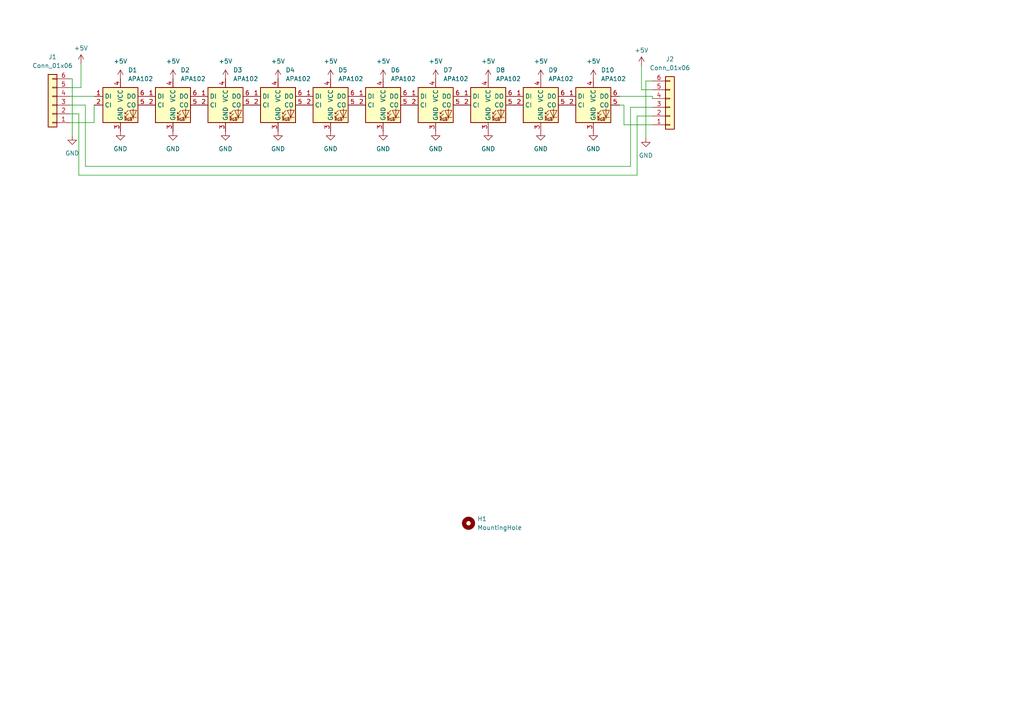
<source format=kicad_sch>
(kicad_sch (version 20230121) (generator eeschema)
  (paper "A4")
  (lib_symbols
    (symbol "Connector_Generic:Conn_01x06" (pin_names (offset 1.016) hide)
      (property "Reference" "J" (at 0 7.62 0))
      (property "Value" "Conn_01x06" (at 0 -10.16 0))
      (symbol "Conn_01x06_1_1"
        (rectangle (start -1.27 -7.493) (end 0 -7.747) (stroke (width 0.1524)))
        (rectangle (start -1.27 -4.953) (end 0 -5.207) (stroke (width 0.1524)))
        (rectangle (start -1.27 -2.413) (end 0 -2.667) (stroke (width 0.1524)))
        (rectangle (start -1.27 0.127) (end 0 -0.127) (stroke (width 0.1524)))
        (rectangle (start -1.27 2.667) (end 0 2.413) (stroke (width 0.1524)))
        (rectangle (start -1.27 5.207) (end 0 4.953) (stroke (width 0.1524)))
        (rectangle (start -1.27 6.35) (end 1.27 -8.89) (stroke (width 0.254)) (fill (type background)))
        (pin passive line (at -5.08 5.08 0) (length 3.81) (name "Pin_1") (number "1"))
        (pin passive line (at -5.08 2.54 0) (length 3.81) (name "Pin_2") (number "2"))
        (pin passive line (at -5.08 0 0) (length 3.81) (name "Pin_3") (number "3"))
        (pin passive line (at -5.08 -2.54 0) (length 3.81) (name "Pin_4") (number "4"))
        (pin passive line (at -5.08 -5.08 0) (length 3.81) (name "Pin_5") (number "5"))
        (pin passive line (at -5.08 -7.62 0) (length 3.81) (name "Pin_6") (number "6"))
      )
    )
    (symbol "LED:APA102"
      (property "Reference" "D" (at 5.08 5.715 0))
      (property "Value" "APA102" (at 1.27 -5.715 0))
      (symbol "APA102_0_0"
        (text "RGB" (at 2.286 -4.191 0) (effects (font (size 0.762 0.762))))
      )
      (symbol "APA102_0_1"
        (polyline (pts (xy 1.27 -3.556) (xy 1.778 -3.556)))
        (polyline (pts (xy 1.27 -2.54) (xy 1.778 -2.54)))
        (polyline (pts (xy 4.699 -3.556) (xy 2.667 -3.556)))
        (polyline (pts (xy 2.286 -2.54) (xy 1.27 -3.556) (xy 1.27 -3.048)))
        (polyline (pts (xy 2.286 -1.524) (xy 1.27 -2.54) (xy 1.27 -2.032)))
        (polyline (pts (xy 3.683 -1.016) (xy 3.683 -3.556) (xy 3.683 -4.064)))
        (polyline (pts (xy 4.699 -1.524) (xy 2.667 -1.524) (xy 3.683 -3.556) (xy 4.699 -1.524)))
        (rectangle (start 5.08 5.08) (end -5.08 -5.08) (stroke (width 0.254)) (fill (type background)))
      )
      (symbol "APA102_1_1"
        (pin input line (at -7.62 2.54 0) (length 2.54) (name "DI") (number "1"))
        (pin input line (at -7.62 0 0) (length 2.54) (name "CI") (number "2"))
        (pin power_in line (at 0 -7.62 90) (length 2.54) (name "GND") (number "3"))
        (pin power_in line (at 0 7.62 270) (length 2.54) (name "VCC") (number "4"))
        (pin output line (at 7.62 0 180) (length 2.54) (name "CO") (number "5"))
        (pin output line (at 7.62 2.54 180) (length 2.54) (name "DO") (number "6"))
      )
    )
    (symbol "Mechanical:MountingHole" (pin_names (offset 1.016))
      (property "Reference" "H" (at 0 5.08 0))
      (property "Value" "MountingHole" (at 0 3.175 0))
      (symbol "MountingHole_0_1"
        (circle (center 0 0) (radius 1.27) (stroke (width 1.27)))
      )
    )
    (symbol "power:+5V" (power) (pin_names (offset 0))
      (property "Value" "+5V" (at 0 3.556 0))
      (symbol "+5V_0_1"
        (polyline (pts (xy -0.762 1.27) (xy 0 2.54)))
        (polyline (pts (xy 0 0) (xy 0 2.54)))
        (polyline (pts (xy 0 2.54) (xy 0.762 1.27)))
      )
      (symbol "+5V_1_1"
        (pin power_in line (at 0 0 90) (length 0) hide (name "+5V") (number "1"))
      )
    )
    (symbol "power:GND" (power) (pin_names (offset 0))
      (property "Value" "GND" (at 0 -3.81 0))
      (symbol "GND_0_1"
        (polyline (pts (xy 0 0) (xy 0 -1.27) (xy 1.27 -1.27) (xy 0 -2.54) (xy -1.27 -1.27) (xy 0 -1.27)))
      )
      (symbol "GND_1_1"
        (pin power_in line (at 0 0 270) (length 0) hide (name "GND") (number "1"))
      )
    )
  )
  (wire (pts (xy 20.32 25.4) (xy 23.495 25.4)))
  (wire (pts (xy 184.785 33.655) (xy 189.23 33.655)))
  (wire (pts (xy 189.23 27.94) (xy 189.23 28.575)))
  (wire (pts (xy 24.765 48.26) (xy 24.765 30.48)))
  (wire (pts (xy 184.785 50.8) (xy 184.785 33.655)))
  (wire (pts (xy 23.495 25.4) (xy 23.495 18.415)))
  (wire (pts (xy 189.23 23.495) (xy 187.325 23.495)))
  (wire (pts (xy 24.765 30.48) (xy 20.32 30.48)))
  (wire (pts (xy 189.23 31.115) (xy 182.88 31.115)))
  (wire (pts (xy 189.23 26.035) (xy 186.055 26.035)))
  (wire (pts (xy 20.955 22.86) (xy 20.32 22.86)))
  (wire (pts (xy 20.955 39.37) (xy 20.955 22.86)))
  (wire (pts (xy 182.88 48.26) (xy 24.765 48.26)))
  (wire (pts (xy 27.305 30.48) (xy 27.305 35.56)))
  (wire (pts (xy 22.86 50.8) (xy 184.785 50.8)))
  (wire (pts (xy 180.975 36.195) (xy 189.23 36.195)))
  (wire (pts (xy 179.705 27.94) (xy 189.23 27.94)))
  (wire (pts (xy 27.305 35.56) (xy 20.32 35.56)))
  (wire (pts (xy 182.88 31.115) (xy 182.88 48.26)))
  (wire (pts (xy 22.86 33.02) (xy 22.86 50.8)))
  (wire (pts (xy 187.325 23.495) (xy 187.325 40.005)))
  (wire (pts (xy 20.32 27.94) (xy 27.305 27.94)))
  (wire (pts (xy 186.055 26.035) (xy 186.055 19.05)))
  (wire (pts (xy 180.975 30.48) (xy 180.975 36.195)))
  (wire (pts (xy 180.975 30.48) (xy 179.705 30.48)))
  (wire (pts (xy 20.32 33.02) (xy 22.86 33.02)))
  (symbol (lib_id "power:+5V") (at 156.845 22.86 0) (unit 1)
    (property "Reference" "#PWR017" (effects hide))
    (property "Value" "+5V" (at 156.845 17.78 0))
  )
  (symbol (lib_id "power:GND") (at 20.955 39.37 0) (unit 1)
    (property "Reference" "#PWR019" (effects hide))
    (property "Value" "GND" (at 20.955 44.45 0))
  )
  (symbol (lib_id "power:+5V") (at 50.165 22.86 0) (unit 1)
    (property "Reference" "#PWR03" (effects hide))
    (property "Value" "+5V" (at 50.165 17.78 0))
  )
  (symbol (lib_id "power:+5V") (at 65.405 22.86 0) (unit 1)
    (property "Reference" "#PWR05" (effects hide))
    (property "Value" "+5V" (at 65.405 17.78 0))
  )
  (symbol (lib_id "power:+5V") (at 141.605 22.86 0) (unit 1)
    (property "Reference" "#PWR015" (effects hide))
    (property "Value" "+5V" (at 141.605 17.78 0))
  )
  (symbol (lib_id "LED:APA102") (at 141.605 30.48 0) (unit 1)
    (property "Reference" "D8" (at 143.7991 20.32 0) (effects (justify left)))
    (property "Value" "APA102" (at 143.7991 22.86 0) (effects (justify left)))
    (property "Footprint" "LED_SMD:LED_RGB_5050-6" (effects hide))
    (property "Datasheet" "http://www.led-color.com/upload/201506/APA102%20LED.pdf" (effects hide))
  )
  (symbol (lib_id "power:GND") (at 141.605 38.1 0) (unit 1)
    (property "Reference" "#PWR016" (effects hide))
    (property "Value" "GND" (at 141.605 43.18 0))
  )
  (symbol (lib_id "Connector_Generic:Conn_01x06") (at 194.31 31.115 0) (mirror x) (unit 1)
    (property "Reference" "J2" (at 194.31 17.145 0))
    (property "Value" "Conn_01x06" (at 194.31 19.685 0))
    (property "Footprint" "additional:connector led ribbon" (effects hide))
  )
  (symbol (lib_id "power:GND") (at 65.405 38.1 0) (unit 1)
    (property "Reference" "#PWR06" (effects hide))
    (property "Value" "GND" (at 65.405 43.18 0))
  )
  (symbol (lib_id "Mechanical:MountingHole") (at 135.89 151.765 0) (unit 1)
    (property "Reference" "H1" (at 138.43 150.495 0) (effects (justify left)))
    (property "Value" "MountingHole" (at 138.43 153.035 0) (effects (justify left)))
    (property "Footprint" "additional:side_blinker_shape" (effects hide))
  )
  (symbol (lib_id "LED:APA102") (at 111.125 30.48 0) (unit 1)
    (property "Reference" "D6" (at 113.3191 20.32 0) (effects (justify left)))
    (property "Value" "APA102" (at 113.3191 22.86 0) (effects (justify left)))
    (property "Footprint" "LED_SMD:LED_RGB_5050-6" (effects hide))
    (property "Datasheet" "http://www.led-color.com/upload/201506/APA102%20LED.pdf" (effects hide))
  )
  (symbol (lib_id "power:GND") (at 156.845 38.1 0) (unit 1)
    (property "Reference" "#PWR018" (effects hide))
    (property "Value" "GND" (at 156.845 43.18 0))
  )
  (symbol (lib_id "power:GND") (at 34.925 38.1 0) (unit 1)
    (property "Reference" "#PWR022" (effects hide))
    (property "Value" "GND" (at 34.925 43.18 0))
  )
  (symbol (lib_id "power:+5V") (at 172.085 22.86 0) (unit 1)
    (property "Reference" "#PWR01" (effects hide))
    (property "Value" "+5V" (at 172.085 17.78 0))
  )
  (symbol (lib_id "LED:APA102") (at 80.645 30.48 0) (unit 1)
    (property "Reference" "D4" (at 82.8391 20.32 0) (effects (justify left)))
    (property "Value" "APA102" (at 82.8391 22.86 0) (effects (justify left)))
    (property "Footprint" "LED_SMD:LED_RGB_5050-6" (effects hide))
    (property "Datasheet" "http://www.led-color.com/upload/201506/APA102%20LED.pdf" (effects hide))
  )
  (symbol (lib_id "power:GND") (at 187.325 40.005 0) (mirror y) (unit 1)
    (property "Reference" "#PWR023" (effects hide))
    (property "Value" "GND" (at 187.325 45.085 0))
  )
  (symbol (lib_id "power:GND") (at 172.085 38.1 0) (unit 1)
    (property "Reference" "#PWR02" (effects hide))
    (property "Value" "GND" (at 172.085 43.18 0))
  )
  (symbol (lib_id "LED:APA102") (at 156.845 30.48 0) (unit 1)
    (property "Reference" "D9" (at 159.0391 20.32 0) (effects (justify left)))
    (property "Value" "APA102" (at 159.0391 22.86 0) (effects (justify left)))
    (property "Footprint" "LED_SMD:LED_RGB_5050-6" (effects hide))
    (property "Datasheet" "http://www.led-color.com/upload/201506/APA102%20LED.pdf" (effects hide))
  )
  (symbol (lib_id "power:GND") (at 111.125 38.1 0) (unit 1)
    (property "Reference" "#PWR012" (effects hide))
    (property "Value" "GND" (at 111.125 43.18 0))
  )
  (symbol (lib_id "power:+5V") (at 95.885 22.86 0) (unit 1)
    (property "Reference" "#PWR09" (effects hide))
    (property "Value" "+5V" (at 95.885 17.78 0))
  )
  (symbol (lib_id "Connector_Generic:Conn_01x06") (at 15.24 30.48 180) (unit 1)
    (property "Reference" "J1" (at 15.24 16.51 0))
    (property "Value" "Conn_01x06" (at 15.24 19.05 0))
    (property "Footprint" "additional:connector led ribbon" (effects hide))
  )
  (symbol (lib_id "power:GND") (at 80.645 38.1 0) (unit 1)
    (property "Reference" "#PWR08" (effects hide))
    (property "Value" "GND" (at 80.645 43.18 0))
  )
  (symbol (lib_id "power:GND") (at 50.165 38.1 0) (unit 1)
    (property "Reference" "#PWR04" (effects hide))
    (property "Value" "GND" (at 50.165 43.18 0))
  )
  (symbol (lib_id "power:+5V") (at 186.055 19.05 0) (mirror y) (unit 1)
    (property "Reference" "#PWR024" (effects hide))
    (property "Value" "+5V" (at 186.055 14.605 0))
  )
  (symbol (lib_id "LED:APA102") (at 172.085 30.48 0) (unit 1)
    (property "Reference" "D10" (at 174.2791 20.32 0) (effects (justify left)))
    (property "Value" "APA102" (at 174.2791 22.86 0) (effects (justify left)))
    (property "Footprint" "LED_SMD:LED_RGB_5050-6" (effects hide))
    (property "Datasheet" "http://www.led-color.com/upload/201506/APA102%20LED.pdf" (effects hide))
  )
  (symbol (lib_id "power:+5V") (at 23.495 18.415 0) (unit 1)
    (property "Reference" "#PWR020" (effects hide))
    (property "Value" "+5V" (at 23.495 13.97 0))
  )
  (symbol (lib_id "power:+5V") (at 126.365 22.86 0) (unit 1)
    (property "Reference" "#PWR013" (effects hide))
    (property "Value" "+5V" (at 126.365 17.78 0))
  )
  (symbol (lib_id "power:+5V") (at 80.645 22.86 0) (unit 1)
    (property "Reference" "#PWR07" (effects hide))
    (property "Value" "+5V" (at 80.645 17.78 0))
  )
  (symbol (lib_id "LED:APA102") (at 126.365 30.48 0) (unit 1)
    (property "Reference" "D7" (at 128.5591 20.32 0) (effects (justify left)))
    (property "Value" "APA102" (at 128.5591 22.86 0) (effects (justify left)))
    (property "Footprint" "LED_SMD:LED_RGB_5050-6" (effects hide))
    (property "Datasheet" "http://www.led-color.com/upload/201506/APA102%20LED.pdf" (effects hide))
  )
  (symbol (lib_id "LED:APA102") (at 95.885 30.48 0) (unit 1)
    (property "Reference" "D5" (at 98.0791 20.32 0) (effects (justify left)))
    (property "Value" "APA102" (at 98.0791 22.86 0) (effects (justify left)))
    (property "Footprint" "LED_SMD:LED_RGB_5050-6" (effects hide))
    (property "Datasheet" "http://www.led-color.com/upload/201506/APA102%20LED.pdf" (effects hide))
  )
  (symbol (lib_id "power:GND") (at 126.365 38.1 0) (unit 1)
    (property "Reference" "#PWR014" (effects hide))
    (property "Value" "GND" (at 126.365 43.18 0))
  )
  (symbol (lib_id "LED:APA102") (at 65.405 30.48 0) (unit 1)
    (property "Reference" "D3" (at 67.5991 20.32 0) (effects (justify left)))
    (property "Value" "APA102" (at 67.5991 22.86 0) (effects (justify left)))
    (property "Footprint" "LED_SMD:LED_RGB_5050-6" (effects hide))
    (property "Datasheet" "http://www.led-color.com/upload/201506/APA102%20LED.pdf" (effects hide))
  )
  (symbol (lib_id "power:GND") (at 95.885 38.1 0) (unit 1)
    (property "Reference" "#PWR010" (effects hide))
    (property "Value" "GND" (at 95.885 43.18 0))
  )
  (symbol (lib_id "power:+5V") (at 111.125 22.86 0) (unit 1)
    (property "Reference" "#PWR011" (effects hide))
    (property "Value" "+5V" (at 111.125 17.78 0))
  )
  (symbol (lib_id "LED:APA102") (at 34.925 30.48 0) (unit 1)
    (property "Reference" "D1" (at 37.1191 20.32 0) (effects (justify left)))
    (property "Value" "APA102" (at 37.1191 22.86 0) (effects (justify left)))
    (property "Footprint" "LED_SMD:LED_RGB_5050-6" (effects hide))
    (property "Datasheet" "http://www.led-color.com/upload/201506/APA102%20LED.pdf" (effects hide))
  )
  (symbol (lib_id "LED:APA102") (at 50.165 30.48 0) (unit 1)
    (property "Reference" "D2" (at 52.3591 20.32 0) (effects (justify left)))
    (property "Value" "APA102" (at 52.3591 22.86 0) (effects (justify left)))
    (property "Footprint" "LED_SMD:LED_RGB_5050-6" (effects hide))
    (property "Datasheet" "http://www.led-color.com/upload/201506/APA102%20LED.pdf" (effects hide))
  )
  (symbol (lib_id "power:+5V") (at 34.925 22.86 0) (unit 1)
    (property "Reference" "#PWR021" (effects hide))
    (property "Value" "+5V" (at 34.925 17.78 0))
  )
)
</source>
